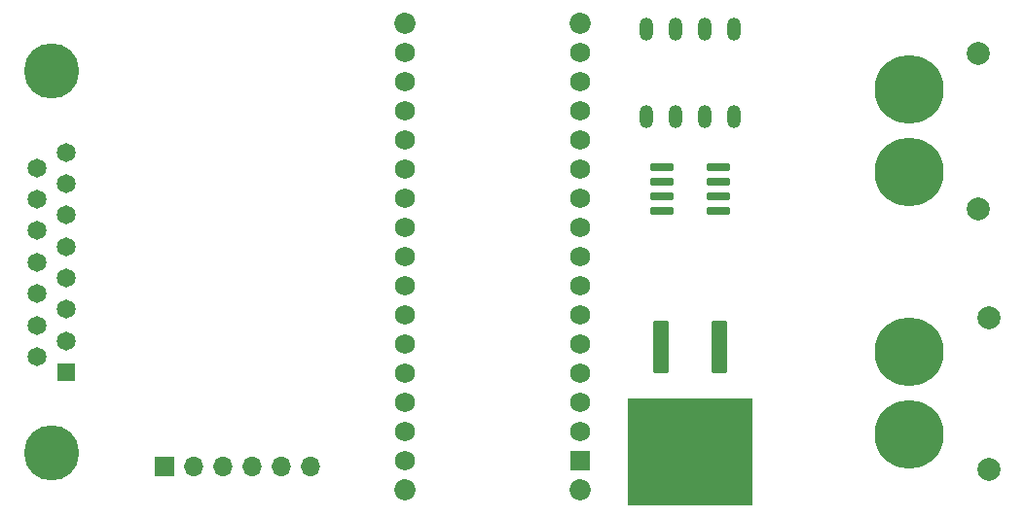
<source format=gbr>
%TF.GenerationSoftware,KiCad,Pcbnew,(6.0.0)*%
%TF.CreationDate,2022-08-22T12:49:25+02:00*%
%TF.ProjectId,pcb,7063622e-6b69-4636-9164-5f7063625858,rev?*%
%TF.SameCoordinates,Original*%
%TF.FileFunction,Soldermask,Top*%
%TF.FilePolarity,Negative*%
%FSLAX46Y46*%
G04 Gerber Fmt 4.6, Leading zero omitted, Abs format (unit mm)*
G04 Created by KiCad (PCBNEW (6.0.0)) date 2022-08-22 12:49:25*
%MOMM*%
%LPD*%
G01*
G04 APERTURE LIST*
G04 Aperture macros list*
%AMRoundRect*
0 Rectangle with rounded corners*
0 $1 Rounding radius*
0 $2 $3 $4 $5 $6 $7 $8 $9 X,Y pos of 4 corners*
0 Add a 4 corners polygon primitive as box body*
4,1,4,$2,$3,$4,$5,$6,$7,$8,$9,$2,$3,0*
0 Add four circle primitives for the rounded corners*
1,1,$1+$1,$2,$3*
1,1,$1+$1,$4,$5*
1,1,$1+$1,$6,$7*
1,1,$1+$1,$8,$9*
0 Add four rect primitives between the rounded corners*
20,1,$1+$1,$2,$3,$4,$5,0*
20,1,$1+$1,$4,$5,$6,$7,0*
20,1,$1+$1,$6,$7,$8,$9,0*
20,1,$1+$1,$8,$9,$2,$3,0*%
G04 Aperture macros list end*
%ADD10O,1.200000X2.000000*%
%ADD11RoundRect,0.042000X-0.943000X-0.258000X0.943000X-0.258000X0.943000X0.258000X-0.943000X0.258000X0*%
%ADD12R,1.650000X1.650000*%
%ADD13C,1.650000*%
%ADD14C,4.800000*%
%ADD15C,6.000000*%
%ADD16C,2.000000*%
%ADD17R,1.700000X1.700000*%
%ADD18O,1.700000X1.700000*%
%ADD19C,1.850000*%
%ADD20C,1.727200*%
%ADD21R,1.727200X1.727200*%
%ADD22RoundRect,0.229500X-0.445500X2.070500X-0.445500X-2.070500X0.445500X-2.070500X0.445500X2.070500X0*%
%ADD23R,10.800000X9.400000*%
G04 APERTURE END LIST*
D10*
%TO.C,U6*%
X208280000Y-58420000D03*
X210820000Y-58420000D03*
X213360000Y-58420000D03*
X215900000Y-58420000D03*
X215900000Y-50800000D03*
X213360000Y-50800000D03*
X210820000Y-50800000D03*
X208280000Y-50800000D03*
%TD*%
D11*
%TO.C,U3*%
X209620000Y-62865000D03*
X209620000Y-64135000D03*
X209620000Y-65405000D03*
X209620000Y-66675000D03*
X214560000Y-66675000D03*
X214560000Y-65405000D03*
X214560000Y-64135000D03*
X214560000Y-62865000D03*
%TD*%
D12*
%TO.C,J1*%
X157870000Y-80710000D03*
D13*
X157870000Y-77970000D03*
X157870000Y-75230000D03*
X157870000Y-72490000D03*
X157870000Y-69750000D03*
X157870000Y-67010000D03*
X157870000Y-64270000D03*
X157870000Y-61530000D03*
X155330000Y-79340000D03*
X155330000Y-76600000D03*
X155330000Y-73860000D03*
X155330000Y-71120000D03*
X155330000Y-68380000D03*
X155330000Y-65640000D03*
X155330000Y-62900000D03*
D14*
X156600000Y-87770000D03*
X156600000Y-54470000D03*
%TD*%
D15*
%TO.C,U2*%
X231180000Y-56090000D03*
X231180000Y-63290000D03*
D16*
X237180000Y-52940000D03*
X237180000Y-66440000D03*
%TD*%
D17*
%TO.C,U5*%
X166370000Y-88900000D03*
D18*
X168910000Y-88900000D03*
X171450000Y-88900000D03*
X173990000Y-88900000D03*
X176530000Y-88900000D03*
X179070000Y-88900000D03*
%TD*%
D19*
%TO.C,XA1*%
X202565000Y-50292000D03*
X202565000Y-90932000D03*
X187325000Y-90932000D03*
X187325000Y-50292000D03*
D20*
X187325000Y-55372000D03*
X187325000Y-80772000D03*
X187325000Y-60452000D03*
X187325000Y-62992000D03*
X187325000Y-65532000D03*
X187325000Y-68072000D03*
X187325000Y-70612000D03*
X187325000Y-73152000D03*
X187325000Y-75692000D03*
X187325000Y-78232000D03*
X187325000Y-57912000D03*
X202565000Y-85852000D03*
D21*
X202565000Y-88392000D03*
D20*
X202565000Y-78232000D03*
X202565000Y-75692000D03*
X202565000Y-73152000D03*
X202565000Y-70612000D03*
X202565000Y-68072000D03*
X202565000Y-65532000D03*
X202565000Y-62992000D03*
X202565000Y-60452000D03*
X202565000Y-57912000D03*
X202565000Y-55372000D03*
X202565000Y-52832000D03*
X187325000Y-52832000D03*
X202565000Y-80772000D03*
X187325000Y-85852000D03*
X202565000Y-83312000D03*
X187325000Y-83312000D03*
X187325000Y-88392000D03*
%TD*%
D15*
%TO.C,U1*%
X231180000Y-78950000D03*
X231180000Y-86150000D03*
D16*
X238080000Y-75950000D03*
X238080000Y-89150000D03*
%TD*%
D22*
%TO.C,U4*%
X214640000Y-78480000D03*
D23*
X212090000Y-87630000D03*
D22*
X209540000Y-78480000D03*
%TD*%
M02*

</source>
